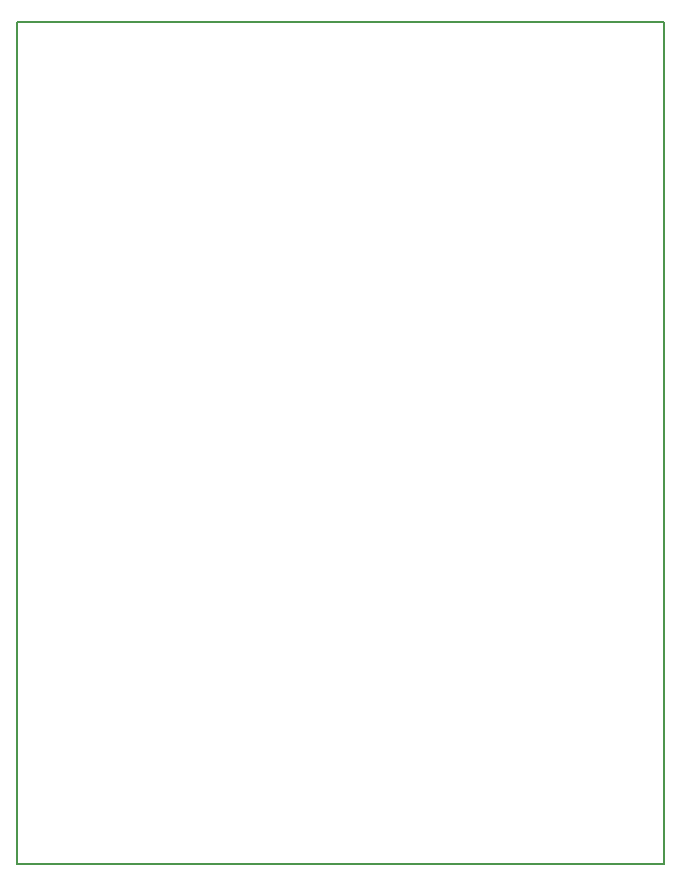
<source format=gbr>
%TF.GenerationSoftware,KiCad,Pcbnew,9.0.4*%
%TF.CreationDate,2025-11-23T23:56:54-07:00*%
%TF.ProjectId,New Tachometer,4e657720-5461-4636-986f-6d657465722e,rev?*%
%TF.SameCoordinates,Original*%
%TF.FileFunction,Profile,NP*%
%FSLAX46Y46*%
G04 Gerber Fmt 4.6, Leading zero omitted, Abs format (unit mm)*
G04 Created by KiCad (PCBNEW 9.0.4) date 2025-11-23 23:56:54*
%MOMM*%
%LPD*%
G01*
G04 APERTURE LIST*
%TA.AperFunction,Profile*%
%ADD10C,0.200000*%
%TD*%
G04 APERTURE END LIST*
D10*
X91250000Y-63250000D02*
X146000000Y-63250000D01*
X146000000Y-134500000D01*
X91250000Y-134500000D01*
X91250000Y-63250000D01*
M02*

</source>
